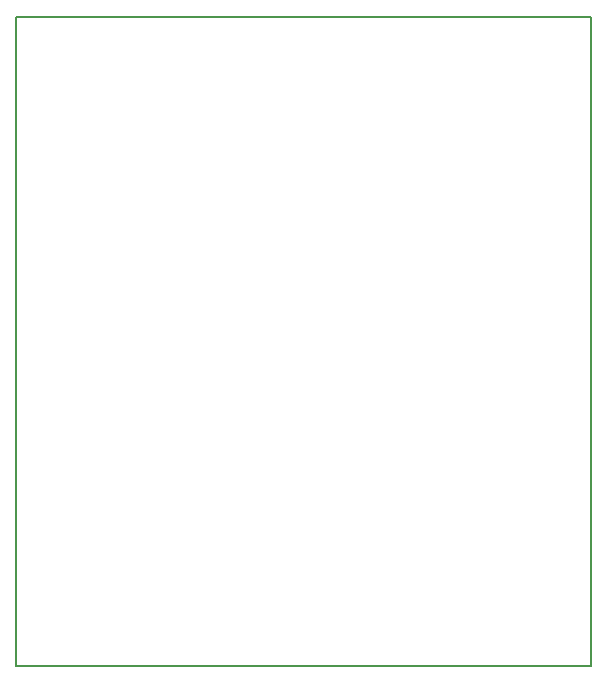
<source format=gm1>
G04 MADE WITH FRITZING*
G04 WWW.FRITZING.ORG*
G04 DOUBLE SIDED*
G04 HOLES PLATED*
G04 CONTOUR ON CENTER OF CONTOUR VECTOR*
%ASAXBY*%
%FSLAX23Y23*%
%MOIN*%
%OFA0B0*%
%SFA1.0B1.0*%
%ADD10R,1.926840X2.170330*%
%ADD11C,0.008000*%
%ADD10C,0.008*%
%LNCONTOUR*%
G90*
G70*
G54D10*
G54D11*
X4Y2166D02*
X1923Y2166D01*
X1923Y4D01*
X4Y4D01*
X4Y2166D01*
D02*
G04 End of contour*
M02*
</source>
